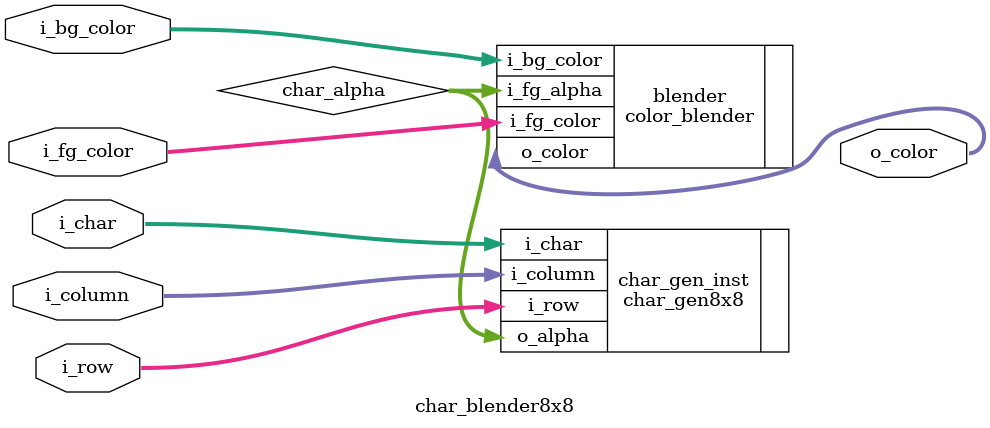
<source format=v>
/*
 * char_blender8x8.v
 *
 * This module blends a single pixel of a character with the background color
 * and outputs the resulting color. The character pixel is based on the given
 * row and column within the character cell.
 *
 * Copyright (C) 2024 Curtis Whitley
 * License: APACHE
 */

`default_nettype none

module char_blender8x8 (
	input  wire [7:0] i_char,
	input  wire [2:0] i_row,
	input  wire [2:0] i_column,
    input  wire [11:0] i_fg_color,
    input  wire [11:0] i_bg_color,
	output wire [11:0] o_color
);

    wire [2:0] char_alpha;

    char_gen8x8 char_gen_inst (
        .i_char(i_char),
        .i_row(i_row),
        .i_column(i_column),
        .o_alpha(char_alpha)
    );

    color_blender blender (
        .i_bg_color(i_bg_color),
        .i_fg_color(i_fg_color),
        .i_fg_alpha(char_alpha),
        .o_color(o_color)
    );

endmodule

</source>
